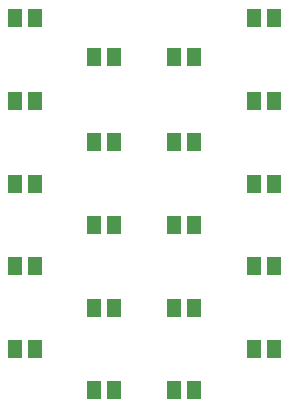
<source format=gbp>
G75*
%MOIN*%
%OFA0B0*%
%FSLAX25Y25*%
%IPPOS*%
%LPD*%
%AMOC8*
5,1,8,0,0,1.08239X$1,22.5*
%
%ADD10R,0.05118X0.05906*%
D10*
X0079630Y0038217D03*
X0086323Y0038217D03*
X0106205Y0038217D03*
X0112898Y0038217D03*
X0132780Y0051997D03*
X0139472Y0051997D03*
X0112898Y0065776D03*
X0106205Y0065776D03*
X0086323Y0065776D03*
X0079630Y0065776D03*
X0059748Y0051997D03*
X0053055Y0051997D03*
X0053055Y0079556D03*
X0059748Y0079556D03*
X0079614Y0093335D03*
X0086307Y0093335D03*
X0106205Y0093335D03*
X0112898Y0093335D03*
X0132780Y0079556D03*
X0139472Y0079556D03*
X0139472Y0107115D03*
X0132780Y0107115D03*
X0112898Y0120894D03*
X0106205Y0120894D03*
X0086323Y0120894D03*
X0079630Y0120894D03*
X0059748Y0107115D03*
X0053055Y0107115D03*
X0053055Y0134674D03*
X0059748Y0134674D03*
X0079630Y0149438D03*
X0086323Y0149438D03*
X0106205Y0149438D03*
X0112898Y0149438D03*
X0132780Y0162233D03*
X0139472Y0162233D03*
X0139472Y0134674D03*
X0132780Y0134674D03*
X0059748Y0162233D03*
X0053055Y0162233D03*
M02*

</source>
